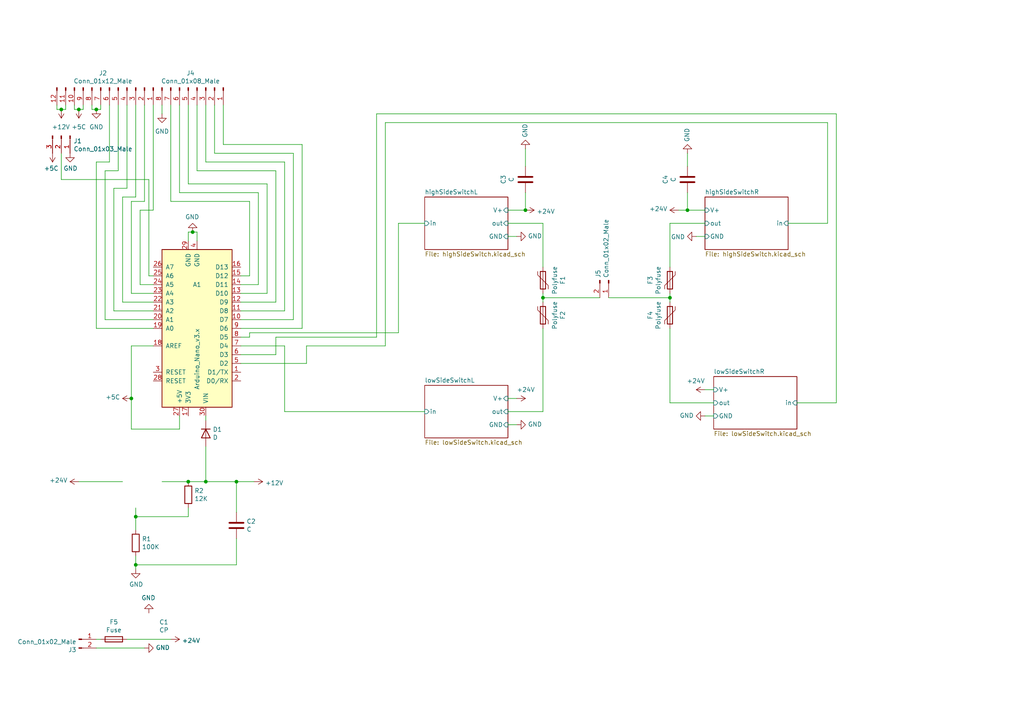
<source format=kicad_sch>
(kicad_sch (version 20211123) (generator eeschema)
  (paper "A4")
  (lib_symbols
    (symbol "Connector:Conn_01x02_Male" (pin_names (offset 1.016) hide)
      (property "Reference" "J" (at 0 2.54 0))
      (property "Value" "Conn_01x02_Male" (at 0 -5.08 0))
      (symbol "Conn_01x02_Male_1_1"
        (polyline (pts (xy 1.27 -2.54) (xy 0.8636 -2.54)) (stroke (width 0.1524)))
        (polyline (pts (xy 1.27 0) (xy 0.8636 0)) (stroke (width 0.1524)))
        (rectangle (start 0.8636 -2.413) (end 0 -2.667) (stroke (width 0.1524)) (fill (type outline)))
        (rectangle (start 0.8636 0.127) (end 0 -0.127) (stroke (width 0.1524)) (fill (type outline)))
        (pin passive line (at 5.08 0 180) (length 3.81) (name "Pin_1") (number "1"))
        (pin passive line (at 5.08 -2.54 180) (length 3.81) (name "Pin_2") (number "2"))
      )
    )
    (symbol "Connector:Conn_01x03_Male" (pin_names (offset 1.016) hide)
      (property "Reference" "J" (at 0 5.08 0))
      (property "Value" "Conn_01x03_Male" (at 0 -5.08 0))
      (symbol "Conn_01x03_Male_1_1"
        (polyline (pts (xy 1.27 -2.54) (xy 0.8636 -2.54)) (stroke (width 0.1524)))
        (polyline (pts (xy 1.27 0) (xy 0.8636 0)) (stroke (width 0.1524)))
        (polyline (pts (xy 1.27 2.54) (xy 0.8636 2.54)) (stroke (width 0.1524)))
        (rectangle (start 0.8636 -2.413) (end 0 -2.667) (stroke (width 0.1524)) (fill (type outline)))
        (rectangle (start 0.8636 0.127) (end 0 -0.127) (stroke (width 0.1524)) (fill (type outline)))
        (rectangle (start 0.8636 2.667) (end 0 2.413) (stroke (width 0.1524)) (fill (type outline)))
        (pin passive line (at 5.08 2.54 180) (length 3.81) (name "Pin_1") (number "1"))
        (pin passive line (at 5.08 0 180) (length 3.81) (name "Pin_2") (number "2"))
        (pin passive line (at 5.08 -2.54 180) (length 3.81) (name "Pin_3") (number "3"))
      )
    )
    (symbol "Connector:Conn_01x08_Male" (pin_names (offset 1.016) hide)
      (property "Reference" "J" (at 0 10.16 0))
      (property "Value" "Conn_01x08_Male" (at 0 -12.7 0))
      (symbol "Conn_01x08_Male_1_1"
        (polyline (pts (xy 1.27 -10.16) (xy 0.8636 -10.16)) (stroke (width 0.1524)))
        (polyline (pts (xy 1.27 -7.62) (xy 0.8636 -7.62)) (stroke (width 0.1524)))
        (polyline (pts (xy 1.27 -5.08) (xy 0.8636 -5.08)) (stroke (width 0.1524)))
        (polyline (pts (xy 1.27 -2.54) (xy 0.8636 -2.54)) (stroke (width 0.1524)))
        (polyline (pts (xy 1.27 0) (xy 0.8636 0)) (stroke (width 0.1524)))
        (polyline (pts (xy 1.27 2.54) (xy 0.8636 2.54)) (stroke (width 0.1524)))
        (polyline (pts (xy 1.27 5.08) (xy 0.8636 5.08)) (stroke (width 0.1524)))
        (polyline (pts (xy 1.27 7.62) (xy 0.8636 7.62)) (stroke (width 0.1524)))
        (rectangle (start 0.8636 -10.033) (end 0 -10.287) (stroke (width 0.1524)) (fill (type outline)))
        (rectangle (start 0.8636 -7.493) (end 0 -7.747) (stroke (width 0.1524)) (fill (type outline)))
        (rectangle (start 0.8636 -4.953) (end 0 -5.207) (stroke (width 0.1524)) (fill (type outline)))
        (rectangle (start 0.8636 -2.413) (end 0 -2.667) (stroke (width 0.1524)) (fill (type outline)))
        (rectangle (start 0.8636 0.127) (end 0 -0.127) (stroke (width 0.1524)) (fill (type outline)))
        (rectangle (start 0.8636 2.667) (end 0 2.413) (stroke (width 0.1524)) (fill (type outline)))
        (rectangle (start 0.8636 5.207) (end 0 4.953) (stroke (width 0.1524)) (fill (type outline)))
        (rectangle (start 0.8636 7.747) (end 0 7.493) (stroke (width 0.1524)) (fill (type outline)))
        (pin passive line (at 5.08 7.62 180) (length 3.81) (name "Pin_1") (number "1"))
        (pin passive line (at 5.08 5.08 180) (length 3.81) (name "Pin_2") (number "2"))
        (pin passive line (at 5.08 2.54 180) (length 3.81) (name "Pin_3") (number "3"))
        (pin passive line (at 5.08 0 180) (length 3.81) (name "Pin_4") (number "4"))
        (pin passive line (at 5.08 -2.54 180) (length 3.81) (name "Pin_5") (number "5"))
        (pin passive line (at 5.08 -5.08 180) (length 3.81) (name "Pin_6") (number "6"))
        (pin passive line (at 5.08 -7.62 180) (length 3.81) (name "Pin_7") (number "7"))
        (pin passive line (at 5.08 -10.16 180) (length 3.81) (name "Pin_8") (number "8"))
      )
    )
    (symbol "Connector:Conn_01x12_Male" (pin_names (offset 1.016) hide)
      (property "Reference" "J" (at 0 15.24 0))
      (property "Value" "Conn_01x12_Male" (at 0 -17.78 0))
      (symbol "Conn_01x12_Male_1_1"
        (polyline (pts (xy 1.27 -15.24) (xy 0.8636 -15.24)) (stroke (width 0.1524)))
        (polyline (pts (xy 1.27 -12.7) (xy 0.8636 -12.7)) (stroke (width 0.1524)))
        (polyline (pts (xy 1.27 -10.16) (xy 0.8636 -10.16)) (stroke (width 0.1524)))
        (polyline (pts (xy 1.27 -7.62) (xy 0.8636 -7.62)) (stroke (width 0.1524)))
        (polyline (pts (xy 1.27 -5.08) (xy 0.8636 -5.08)) (stroke (width 0.1524)))
        (polyline (pts (xy 1.27 -2.54) (xy 0.8636 -2.54)) (stroke (width 0.1524)))
        (polyline (pts (xy 1.27 0) (xy 0.8636 0)) (stroke (width 0.1524)))
        (polyline (pts (xy 1.27 2.54) (xy 0.8636 2.54)) (stroke (width 0.1524)))
        (polyline (pts (xy 1.27 5.08) (xy 0.8636 5.08)) (stroke (width 0.1524)))
        (polyline (pts (xy 1.27 7.62) (xy 0.8636 7.62)) (stroke (width 0.1524)))
        (polyline (pts (xy 1.27 10.16) (xy 0.8636 10.16)) (stroke (width 0.1524)))
        (polyline (pts (xy 1.27 12.7) (xy 0.8636 12.7)) (stroke (width 0.1524)))
        (rectangle (start 0.8636 -15.113) (end 0 -15.367) (stroke (width 0.1524)) (fill (type outline)))
        (rectangle (start 0.8636 -12.573) (end 0 -12.827) (stroke (width 0.1524)) (fill (type outline)))
        (rectangle (start 0.8636 -10.033) (end 0 -10.287) (stroke (width 0.1524)) (fill (type outline)))
        (rectangle (start 0.8636 -7.493) (end 0 -7.747) (stroke (width 0.1524)) (fill (type outline)))
        (rectangle (start 0.8636 -4.953) (end 0 -5.207) (stroke (width 0.1524)) (fill (type outline)))
        (rectangle (start 0.8636 -2.413) (end 0 -2.667) (stroke (width 0.1524)) (fill (type outline)))
        (rectangle (start 0.8636 0.127) (end 0 -0.127) (stroke (width 0.1524)) (fill (type outline)))
        (rectangle (start 0.8636 2.667) (end 0 2.413) (stroke (width 0.1524)) (fill (type outline)))
        (rectangle (start 0.8636 5.207) (end 0 4.953) (stroke (width 0.1524)) (fill (type outline)))
        (rectangle (start 0.8636 7.747) (end 0 7.493) (stroke (width 0.1524)) (fill (type outline)))
        (rectangle (start 0.8636 10.287) (end 0 10.033) (stroke (width 0.1524)) (fill (type outline)))
        (rectangle (start 0.8636 12.827) (end 0 12.573) (stroke (width 0.1524)) (fill (type outline)))
        (pin passive line (at 5.08 12.7 180) (length 3.81) (name "Pin_1") (number "1"))
        (pin passive line (at 5.08 -10.16 180) (length 3.81) (name "Pin_10") (number "10"))
        (pin passive line (at 5.08 -12.7 180) (length 3.81) (name "Pin_11") (number "11"))
        (pin passive line (at 5.08 -15.24 180) (length 3.81) (name "Pin_12") (number "12"))
        (pin passive line (at 5.08 10.16 180) (length 3.81) (name "Pin_2") (number "2"))
        (pin passive line (at 5.08 7.62 180) (length 3.81) (name "Pin_3") (number "3"))
        (pin passive line (at 5.08 5.08 180) (length 3.81) (name "Pin_4") (number "4"))
        (pin passive line (at 5.08 2.54 180) (length 3.81) (name "Pin_5") (number "5"))
        (pin passive line (at 5.08 0 180) (length 3.81) (name "Pin_6") (number "6"))
        (pin passive line (at 5.08 -2.54 180) (length 3.81) (name "Pin_7") (number "7"))
        (pin passive line (at 5.08 -5.08 180) (length 3.81) (name "Pin_8") (number "8"))
        (pin passive line (at 5.08 -7.62 180) (length 3.81) (name "Pin_9") (number "9"))
      )
    )
    (symbol "Device:C" (pin_numbers hide) (pin_names (offset 0.254))
      (property "Reference" "C" (at 0.635 2.54 0))
      (property "Value" "C" (at 0.635 -2.54 0))
      (symbol "C_0_1"
        (polyline (pts (xy -2.032 -0.762) (xy 2.032 -0.762)) (stroke (width 0.508)))
        (polyline (pts (xy -2.032 0.762) (xy 2.032 0.762)) (stroke (width 0.508)))
      )
      (symbol "C_1_1"
        (pin passive line (at 0 3.81 270) (length 2.794) (name "~") (number "1"))
        (pin passive line (at 0 -3.81 90) (length 2.794) (name "~") (number "2"))
      )
    )
    (symbol "Device:D" (pin_numbers hide) (pin_names (offset 1.016) hide)
      (property "Reference" "D" (at 0 2.54 0))
      (property "Value" "D" (at 0 -2.54 0))
      (symbol "D_0_1"
        (polyline (pts (xy -1.27 1.27) (xy -1.27 -1.27)) (stroke (width 0.254)))
        (polyline (pts (xy 1.27 0) (xy -1.27 0)))
        (polyline (pts (xy 1.27 1.27) (xy 1.27 -1.27) (xy -1.27 0) (xy 1.27 1.27)) (stroke (width 0.254)))
      )
      (symbol "D_1_1"
        (pin passive line (at -3.81 0 0) (length 2.54) (name "K") (number "1"))
        (pin passive line (at 3.81 0 180) (length 2.54) (name "A") (number "2"))
      )
    )
    (symbol "Device:Fuse" (pin_numbers hide) (pin_names (offset 0))
      (property "Reference" "F" (at 2.032 0 90))
      (property "Value" "Fuse" (at -1.905 0 90))
      (symbol "Fuse_0_1"
        (rectangle (start -0.762 -2.54) (end 0.762 2.54) (stroke (width 0.254)))
        (polyline (pts (xy 0 2.54) (xy 0 -2.54)))
      )
      (symbol "Fuse_1_1"
        (pin passive line (at 0 3.81 270) (length 1.27) (name "~") (number "1"))
        (pin passive line (at 0 -3.81 90) (length 1.27) (name "~") (number "2"))
      )
    )
    (symbol "Device:Polyfuse" (pin_numbers hide) (pin_names (offset 0))
      (property "Reference" "F" (at -2.54 0 90))
      (property "Value" "Polyfuse" (at 2.54 0 90))
      (symbol "Polyfuse_0_1"
        (rectangle (start -0.762 2.54) (end 0.762 -2.54) (stroke (width 0.254)))
        (polyline (pts (xy 0 2.54) (xy 0 -2.54)))
        (polyline (pts (xy -1.524 2.54) (xy -1.524 1.524) (xy 1.524 -1.524) (xy 1.524 -2.54)))
      )
      (symbol "Polyfuse_1_1"
        (pin passive line (at 0 3.81 270) (length 1.27) (name "~") (number "1"))
        (pin passive line (at 0 -3.81 90) (length 1.27) (name "~") (number "2"))
      )
    )
    (symbol "Device:R" (pin_numbers hide) (pin_names (offset 0))
      (property "Reference" "R" (at 2.032 0 90))
      (property "Value" "R" (at 0 0 90))
      (symbol "R_0_1"
        (rectangle (start -1.016 -2.54) (end 1.016 2.54) (stroke (width 0.254)))
      )
      (symbol "R_1_1"
        (pin passive line (at 0 3.81 270) (length 1.27) (name "~") (number "1"))
        (pin passive line (at 0 -3.81 90) (length 1.27) (name "~") (number "2"))
      )
    )
    (symbol "MarklinControler-rescue:Arduino_Nano_v3.x-MCU_Module" (pin_names (offset 1.016))
      (property "Reference" "A" (at -5.08 26.035 0))
      (property "Value" "Arduino_Nano_v3.x-MCU_Module" (at -5.08 24.13 0))
      (symbol "Arduino_Nano_v3.x-MCU_Module_0_1"
        (rectangle (start -10.16 22.86) (end 10.16 -22.86) (stroke (width 0.254)) (fill (type background)))
      )
      (symbol "Arduino_Nano_v3.x-MCU_Module_1_1"
        (pin bidirectional line (at -12.7 12.7 0) (length 2.54) (name "D1/TX") (number "1"))
        (pin bidirectional line (at -12.7 -2.54 0) (length 2.54) (name "D7") (number "10"))
        (pin bidirectional line (at -12.7 -5.08 0) (length 2.54) (name "D8") (number "11"))
        (pin bidirectional line (at -12.7 -7.62 0) (length 2.54) (name "D9") (number "12"))
        (pin bidirectional line (at -12.7 -10.16 0) (length 2.54) (name "D10") (number "13"))
        (pin bidirectional line (at -12.7 -12.7 0) (length 2.54) (name "D11") (number "14"))
        (pin bidirectional line (at -12.7 -15.24 0) (length 2.54) (name "D12") (number "15"))
        (pin bidirectional line (at -12.7 -17.78 0) (length 2.54) (name "D13") (number "16"))
        (pin power_out line (at 2.54 25.4 270) (length 2.54) (name "3V3") (number "17"))
        (pin input line (at 12.7 5.08 180) (length 2.54) (name "AREF") (number "18"))
        (pin bidirectional line (at 12.7 0 180) (length 2.54) (name "A0") (number "19"))
        (pin bidirectional line (at -12.7 15.24 0) (length 2.54) (name "D0/RX") (number "2"))
        (pin bidirectional line (at 12.7 -2.54 180) (length 2.54) (name "A1") (number "20"))
        (pin bidirectional line (at 12.7 -5.08 180) (length 2.54) (name "A2") (number "21"))
        (pin bidirectional line (at 12.7 -7.62 180) (length 2.54) (name "A3") (number "22"))
        (pin bidirectional line (at 12.7 -10.16 180) (length 2.54) (name "A4") (number "23"))
        (pin bidirectional line (at 12.7 -12.7 180) (length 2.54) (name "A5") (number "24"))
        (pin bidirectional line (at 12.7 -15.24 180) (length 2.54) (name "A6") (number "25"))
        (pin bidirectional line (at 12.7 -17.78 180) (length 2.54) (name "A7") (number "26"))
        (pin power_out line (at 5.08 25.4 270) (length 2.54) (name "+5V") (number "27"))
        (pin input line (at 12.7 15.24 180) (length 2.54) (name "RESET") (number "28"))
        (pin power_in line (at 2.54 -25.4 90) (length 2.54) (name "GND") (number "29"))
        (pin input line (at 12.7 12.7 180) (length 2.54) (name "RESET") (number "3"))
        (pin power_in line (at -2.54 25.4 270) (length 2.54) (name "VIN") (number "30"))
        (pin power_in line (at 0 -25.4 90) (length 2.54) (name "GND") (number "4"))
        (pin bidirectional line (at -12.7 10.16 0) (length 2.54) (name "D2") (number "5"))
        (pin bidirectional line (at -12.7 7.62 0) (length 2.54) (name "D3") (number "6"))
        (pin bidirectional line (at -12.7 5.08 0) (length 2.54) (name "D4") (number "7"))
        (pin bidirectional line (at -12.7 2.54 0) (length 2.54) (name "D5") (number "8"))
        (pin bidirectional line (at -12.7 0 0) (length 2.54) (name "D6") (number "9"))
      )
    )
    (symbol "power:+12V" (power) (pin_names (offset 0))
      (property "Value" "+12V" (at 0 3.556 0))
      (symbol "+12V_0_1"
        (polyline (pts (xy -0.762 1.27) (xy 0 2.54)))
        (polyline (pts (xy 0 0) (xy 0 2.54)))
        (polyline (pts (xy 0 2.54) (xy 0.762 1.27)))
      )
      (symbol "+12V_1_1"
        (pin power_in line (at 0 0 90) (length 0) hide (name "+12V") (number "1"))
      )
    )
    (symbol "power:+24V" (power) (pin_names (offset 0))
      (property "Value" "+24V" (at 0 3.556 0))
      (symbol "+24V_0_1"
        (polyline (pts (xy -0.762 1.27) (xy 0 2.54)))
        (polyline (pts (xy 0 0) (xy 0 2.54)))
        (polyline (pts (xy 0 2.54) (xy 0.762 1.27)))
      )
      (symbol "+24V_1_1"
        (pin power_in line (at 0 0 90) (length 0) hide (name "+24V") (number "1"))
      )
    )
    (symbol "power:+5C" (power) (pin_names (offset 0))
      (property "Value" "+5C" (at 0 3.556 0))
      (symbol "+5C_0_1"
        (polyline (pts (xy -0.762 1.27) (xy 0 2.54)))
        (polyline (pts (xy 0 0) (xy 0 2.54)))
        (polyline (pts (xy 0 2.54) (xy 0.762 1.27)))
      )
      (symbol "+5C_1_1"
        (pin power_in line (at 0 0 90) (length 0) hide (name "+5C") (number "1"))
      )
    )
    (symbol "power:GND" (power) (pin_names (offset 0))
      (property "Value" "GND" (at 0 -3.81 0))
      (symbol "GND_0_1"
        (polyline (pts (xy 0 0) (xy 0 -1.27) (xy 1.27 -1.27) (xy 0 -2.54) (xy -1.27 -1.27) (xy 0 -1.27)))
      )
      (symbol "GND_1_1"
        (pin power_in line (at 0 0 270) (length 0) hide (name "GND") (number "1"))
      )
    )
  )
  (junction (at 27.94 31.75))
  (junction (at 38.1 115.57))
  (junction (at 199.39 60.96))
  (junction (at 22.86 31.75))
  (junction (at 39.37 149.86))
  (junction (at 17.78 31.75))
  (junction (at 194.31 86.36))
  (junction (at 54.61 139.7))
  (junction (at 39.37 163.83))
  (junction (at 55.88 67.31))
  (junction (at 152.4 60.96))
  (junction (at 157.48 86.36))
  (junction (at 59.69 139.7))
  (junction (at 68.58 139.7))
  (wire (pts (xy 16.51 31.75) (xy 17.78 31.75)))
  (wire (pts (xy 176.53 86.36) (xy 194.31 86.36)))
  (wire (pts (xy 87.63 41.91) (xy 64.77 41.91)))
  (wire (pts (xy 157.48 119.38) (xy 157.48 95.25)))
  (wire (pts (xy 69.85 85.09) (xy 77.47 85.09)))
  (wire (pts (xy 44.45 30.48) (xy 44.45 60.96)))
  (wire (pts (xy 157.48 85.09) (xy 157.48 86.36)))
  (wire (pts (xy 27.94 95.25) (xy 27.94 46.99)))
  (wire (pts (xy 74.93 55.88) (xy 52.07 55.88)))
  (wire (pts (xy 46.99 33.02) (xy 46.99 30.48)))
  (wire (pts (xy 69.85 82.55) (xy 74.93 82.55)))
  (wire (pts (xy 39.37 57.15) (xy 35.56 57.15)))
  (wire (pts (xy 34.29 30.48) (xy 34.29 49.53)))
  (wire (pts (xy 54.61 30.48) (xy 54.61 53.34)))
  (wire (pts (xy 44.45 100.33) (xy 38.1 100.33)))
  (wire (pts (xy 38.1 58.42) (xy 38.1 85.09)))
  (wire (pts (xy 207.01 113.03) (xy 204.47 113.03)))
  (wire (pts (xy 149.86 123.19) (xy 147.32 123.19)))
  (wire (pts (xy 82.55 119.38) (xy 82.55 100.33)))
  (wire (pts (xy 33.02 90.17) (xy 44.45 90.17)))
  (wire (pts (xy 36.83 185.42) (xy 49.53 185.42)))
  (wire (pts (xy 54.61 67.31) (xy 54.61 69.85)))
  (wire (pts (xy 39.37 165.1) (xy 39.37 163.83)))
  (wire (pts (xy 82.55 100.33) (xy 69.85 100.33)))
  (wire (pts (xy 194.31 64.77) (xy 194.31 77.47)))
  (wire (pts (xy 57.15 67.31) (xy 55.88 67.31)))
  (wire (pts (xy 26.67 31.75) (xy 27.94 31.75)))
  (wire (pts (xy 72.39 58.42) (xy 49.53 58.42)))
  (wire (pts (xy 147.32 68.58) (xy 149.86 68.58)))
  (wire (pts (xy 17.78 52.07) (xy 17.78 44.45)))
  (wire (pts (xy 38.1 100.33) (xy 38.1 115.57)))
  (wire (pts (xy 69.85 90.17) (xy 82.55 90.17)))
  (wire (pts (xy 68.58 139.7) (xy 68.58 148.59)))
  (wire (pts (xy 68.58 156.21) (xy 68.58 163.83)))
  (wire (pts (xy 88.9 100.33) (xy 88.9 105.41)))
  (wire (pts (xy 85.09 44.45) (xy 62.23 44.45)))
  (wire (pts (xy 242.57 116.84) (xy 242.57 33.02)))
  (wire (pts (xy 44.45 85.09) (xy 38.1 85.09)))
  (wire (pts (xy 157.48 64.77) (xy 157.48 77.47)))
  (wire (pts (xy 199.39 60.96) (xy 196.85 60.96)))
  (wire (pts (xy 204.47 68.58) (xy 201.93 68.58)))
  (wire (pts (xy 39.37 149.86) (xy 39.37 153.67)))
  (wire (pts (xy 54.61 67.31) (xy 55.88 67.31)))
  (wire (pts (xy 194.31 85.09) (xy 194.31 86.36)))
  (wire (pts (xy 199.39 55.88) (xy 199.39 60.96)))
  (wire (pts (xy 82.55 90.17) (xy 82.55 46.99)))
  (wire (pts (xy 33.02 54.61) (xy 33.02 90.17)))
  (wire (pts (xy 22.86 31.75) (xy 24.13 31.75)))
  (wire (pts (xy 194.31 86.36) (xy 194.31 87.63)))
  (wire (pts (xy 111.76 35.56) (xy 111.76 100.33)))
  (wire (pts (xy 115.57 64.77) (xy 115.57 96.52)))
  (wire (pts (xy 39.37 147.32) (xy 39.37 149.86)))
  (wire (pts (xy 26.67 30.48) (xy 26.67 31.75)))
  (wire (pts (xy 29.21 30.48) (xy 29.21 31.75)))
  (wire (pts (xy 80.01 49.53) (xy 57.15 49.53)))
  (wire (pts (xy 80.01 87.63) (xy 80.01 49.53)))
  (wire (pts (xy 72.39 96.52) (xy 72.39 97.79)))
  (wire (pts (xy 40.64 60.96) (xy 44.45 60.96)))
  (wire (pts (xy 87.63 95.25) (xy 87.63 41.91)))
  (wire (pts (xy 21.59 31.75) (xy 21.59 30.48)))
  (wire (pts (xy 74.93 82.55) (xy 74.93 55.88)))
  (wire (pts (xy 147.32 119.38) (xy 157.48 119.38)))
  (wire (pts (xy 54.61 149.86) (xy 39.37 149.86)))
  (wire (pts (xy 152.4 48.26) (xy 152.4 43.18)))
  (wire (pts (xy 41.91 30.48) (xy 41.91 58.42)))
  (wire (pts (xy 21.59 31.75) (xy 22.86 31.75)))
  (wire (pts (xy 36.83 30.48) (xy 36.83 54.61)))
  (wire (pts (xy 49.53 30.48) (xy 49.53 58.42)))
  (wire (pts (xy 68.58 163.83) (xy 39.37 163.83)))
  (wire (pts (xy 59.69 139.7) (xy 68.58 139.7)))
  (wire (pts (xy 59.69 121.92) (xy 59.69 120.65)))
  (wire (pts (xy 38.1 115.57) (xy 38.1 124.46)))
  (wire (pts (xy 82.55 46.99) (xy 59.69 46.99)))
  (wire (pts (xy 152.4 55.88) (xy 152.4 60.96)))
  (wire (pts (xy 80.01 102.87) (xy 69.85 102.87)))
  (wire (pts (xy 199.39 48.26) (xy 199.39 44.45)))
  (wire (pts (xy 16.51 31.75) (xy 16.51 30.48)))
  (wire (pts (xy 27.94 185.42) (xy 29.21 185.42)))
  (wire (pts (xy 240.03 64.77) (xy 240.03 35.56)))
  (wire (pts (xy 228.6 64.77) (xy 240.03 64.77)))
  (wire (pts (xy 34.29 49.53) (xy 30.48 49.53)))
  (wire (pts (xy 77.47 53.34) (xy 54.61 53.34)))
  (wire (pts (xy 147.32 64.77) (xy 157.48 64.77)))
  (wire (pts (xy 57.15 30.48) (xy 57.15 49.53)))
  (wire (pts (xy 242.57 33.02) (xy 109.22 33.02)))
  (wire (pts (xy 27.94 31.75) (xy 29.21 31.75)))
  (wire (pts (xy 31.75 30.48) (xy 31.75 46.99)))
  (wire (pts (xy 27.94 46.99) (xy 31.75 46.99)))
  (wire (pts (xy 62.23 30.48) (xy 62.23 44.45)))
  (wire (pts (xy 194.31 116.84) (xy 207.01 116.84)))
  (wire (pts (xy 69.85 105.41) (xy 88.9 105.41)))
  (wire (pts (xy 123.19 119.38) (xy 82.55 119.38)))
  (wire (pts (xy 231.14 116.84) (xy 242.57 116.84)))
  (wire (pts (xy 199.39 60.96) (xy 204.47 60.96)))
  (wire (pts (xy 40.64 82.55) (xy 40.64 60.96)))
  (wire (pts (xy 54.61 139.7) (xy 59.69 139.7)))
  (wire (pts (xy 194.31 64.77) (xy 204.47 64.77)))
  (wire (pts (xy 27.94 187.96) (xy 41.91 187.96)))
  (wire (pts (xy 123.19 64.77) (xy 115.57 64.77)))
  (wire (pts (xy 24.13 31.75) (xy 24.13 30.48)))
  (wire (pts (xy 43.18 80.01) (xy 43.18 52.07)))
  (wire (pts (xy 44.45 82.55) (xy 40.64 82.55)))
  (wire (pts (xy 68.58 139.7) (xy 73.66 139.7)))
  (wire (pts (xy 157.48 86.36) (xy 173.99 86.36)))
  (wire (pts (xy 44.45 80.01) (xy 43.18 80.01)))
  (wire (pts (xy 109.22 33.02) (xy 109.22 97.79)))
  (wire (pts (xy 69.85 92.71) (xy 85.09 92.71)))
  (wire (pts (xy 41.91 58.42) (xy 38.1 58.42)))
  (wire (pts (xy 69.85 95.25) (xy 87.63 95.25)))
  (wire (pts (xy 157.48 86.36) (xy 157.48 87.63)))
  (wire (pts (xy 240.03 35.56) (xy 111.76 35.56)))
  (wire (pts (xy 54.61 147.32) (xy 54.61 149.86)))
  (wire (pts (xy 204.47 120.65) (xy 207.01 120.65)))
  (wire (pts (xy 17.78 31.75) (xy 19.05 31.75)))
  (wire (pts (xy 59.69 30.48) (xy 59.69 46.99)))
  (wire (pts (xy 52.07 124.46) (xy 52.07 120.65)))
  (wire (pts (xy 80.01 97.79) (xy 80.01 102.87)))
  (wire (pts (xy 115.57 96.52) (xy 72.39 96.52)))
  (wire (pts (xy 69.85 87.63) (xy 80.01 87.63)))
  (wire (pts (xy 27.94 95.25) (xy 44.45 95.25)))
  (wire (pts (xy 46.99 139.7) (xy 54.61 139.7)))
  (wire (pts (xy 59.69 139.7) (xy 59.69 129.54)))
  (wire (pts (xy 69.85 80.01) (xy 72.39 80.01)))
  (wire (pts (xy 30.48 49.53) (xy 30.48 92.71)))
  (wire (pts (xy 35.56 57.15) (xy 35.56 87.63)))
  (wire (pts (xy 35.56 87.63) (xy 44.45 87.63)))
  (wire (pts (xy 39.37 163.83) (xy 39.37 161.29)))
  (wire (pts (xy 22.86 139.7) (xy 35.56 139.7)))
  (wire (pts (xy 111.76 100.33) (xy 88.9 100.33)))
  (wire (pts (xy 36.83 54.61) (xy 33.02 54.61)))
  (wire (pts (xy 194.31 116.84) (xy 194.31 95.25)))
  (wire (pts (xy 52.07 30.48) (xy 52.07 55.88)))
  (wire (pts (xy 147.32 60.96) (xy 152.4 60.96)))
  (wire (pts (xy 19.05 31.75) (xy 19.05 30.48)))
  (wire (pts (xy 77.47 85.09) (xy 77.47 53.34)))
  (wire (pts (xy 38.1 124.46) (xy 52.07 124.46)))
  (wire (pts (xy 72.39 97.79) (xy 69.85 97.79)))
  (wire (pts (xy 39.37 30.48) (xy 39.37 57.15)))
  (wire (pts (xy 43.18 52.07) (xy 17.78 52.07)))
  (wire (pts (xy 72.39 80.01) (xy 72.39 58.42)))
  (wire (pts (xy 64.77 30.48) (xy 64.77 41.91)))
  (wire (pts (xy 30.48 92.71) (xy 44.45 92.71)))
  (wire (pts (xy 109.22 97.79) (xy 80.01 97.79)))
  (wire (pts (xy 85.09 92.71) (xy 85.09 44.45)))
  (wire (pts (xy 147.32 115.57) (xy 149.86 115.57)))
  (wire (pts (xy 57.15 69.85) (xy 57.15 67.31)))
  (symbol (lib_id "Regulator_Linear:LM317_3PinPackage") (at 39.37 139.7 0) (unit 1)
    (property "Reference" "U1" (at 39.37 133.5532 0))
    (property "Value" "LM317_3PinPackage" (at 39.37 135.8646 0))
    (property "Footprint" "Package_TO_SOT_THT:TO-220-3_Horizontal_TabDown" (effects hide))
    (property "Datasheet" "http://www.ti.com/lit/ds/symlink/lm317.pdf" (effects hide))
  )
  (symbol (lib_id "Device:R") (at 54.61 143.51 0) (unit 1)
    (property "Reference" "R2" (at 56.388 142.3416 0) (effects (justify left)))
    (property "Value" "12K" (at 56.388 144.653 0) (effects (justify left)))
    (property "Footprint" "Resistor_THT:R_Axial_DIN0207_L6.3mm_D2.5mm_P10.16mm_Horizontal" (effects hide))
  )
  (symbol (lib_id "Device:R") (at 39.37 157.48 0) (unit 1)
    (property "Reference" "R1" (at 41.148 156.3116 0) (effects (justify left)))
    (property "Value" "100K" (at 41.148 158.623 0) (effects (justify left)))
    (property "Footprint" "Resistor_THT:R_Axial_DIN0207_L6.3mm_D2.5mm_P10.16mm_Horizontal" (effects hide))
  )
  (symbol (lib_id "power:GND") (at 39.37 165.1 0) (unit 1)
    (property "Reference" "#PWR08" (effects hide))
    (property "Value" "GND" (at 39.497 169.4942 0))
  )
  (symbol (lib_id "Device:C") (at 68.58 152.4 0) (unit 1)
    (property "Reference" "C2" (at 71.501 151.2316 0) (effects (justify left)))
    (property "Value" "C" (at 71.501 153.543 0) (effects (justify left)))
    (property "Footprint" "Capacitor_THT:C_Rect_L4.6mm_W2.0mm_P2.50mm_MKS02_FKP02" (effects hide))
  )
  (symbol (lib_id "power:+12V") (at 73.66 139.7 270) (unit 1)
    (property "Reference" "#PWR013" (effects hide))
    (property "Value" "+12V" (at 76.9112 140.081 90) (effects (justify left)))
  )
  (symbol (lib_id "Device:CP") (at 43.18 181.61 180) (unit 1)
    (property "Reference" "C1" (at 46.1772 180.4416 0) (effects (justify right)))
    (property "Value" "CP" (at 46.1772 182.753 0) (effects (justify right)))
    (property "Footprint" "Capacitor_THT:CP_Radial_D18.0mm_P7.50mm" (effects hide))
  )
  (symbol (lib_id "MarklinControler-rescue:Arduino_Nano_v3.x-MCU_Module") (at 57.15 95.25 180) (unit 1)
    (property "Reference" "A1" (at 57.15 82.55 0))
    (property "Value" "Arduino_Nano_v3.x" (at 57.15 104.14 90))
    (property "Footprint" "Module:Arduino_Nano" (effects hide))
    (property "Datasheet" "http://www.mouser.com/pdfdocs/Gravitech_Arduino_Nano3_0.pdf" (effects hide))
  )
  (symbol (lib_id "power:GND") (at 55.88 67.31 180) (unit 1)
    (property "Reference" "#PWR012" (effects hide))
    (property "Value" "GND" (at 55.753 62.9158 0))
  )
  (symbol (lib_id "Device:D") (at 59.69 125.73 270) (unit 1)
    (property "Reference" "D1" (at 61.6966 124.5616 90) (effects (justify left)))
    (property "Value" "D" (at 61.6966 126.873 90) (effects (justify left)))
    (property "Footprint" "Diode_THT:D_T-1_P5.08mm_Horizontal" (effects hide))
  )
  (symbol (lib_id "Connector:Conn_01x02_Male") (at 176.53 81.28 270) (unit 1)
    (property "Reference" "J5" (at 173.482 80.5942 0) (effects (justify right)))
    (property "Value" "Conn_01x02_Male" (at 175.7934 80.5942 0) (effects (justify right)))
    (property "Footprint" "TerminalBlock:TerminalBlock_bornier-2_P5.08mm" (effects hide))
  )
  (symbol (lib_id "Device:Polyfuse") (at 157.48 81.28 180) (unit 1)
    (property "Reference" "F1" (at 163.195 81.28 90))
    (property "Value" "Polyfuse" (at 160.8836 81.28 90))
    (property "Footprint" "Fuse:Fuse_Littlefuse_395Series" (effects hide))
  )
  (symbol (lib_id "Device:Polyfuse") (at 157.48 91.44 180) (unit 1)
    (property "Reference" "F2" (at 163.195 91.44 90))
    (property "Value" "Polyfuse" (at 160.8836 91.44 90))
    (property "Footprint" "Fuse:Fuse_Littlefuse_395Series" (effects hide))
  )
  (symbol (lib_id "Device:C") (at 152.4 52.07 0) (unit 1)
    (property "Reference" "C3" (at 145.9992 52.07 90))
    (property "Value" "C" (at 148.3106 52.07 90))
    (property "Footprint" "Capacitor_THT:C_Rect_L4.6mm_W2.0mm_P2.50mm_MKS02_FKP02" (effects hide))
  )
  (symbol (lib_id "Device:Fuse") (at 33.02 185.42 270) (unit 1)
    (property "Reference" "F5" (at 33.02 180.4162 90))
    (property "Value" "Fuse" (at 33.02 182.7276 90))
  )
  (symbol (lib_id "Connector:Conn_01x08_Male") (at 57.15 25.4 270) (unit 1)
    (property "Reference" "J4" (at 55.2704 21.209 90))
    (property "Value" "Conn_01x08_Male" (at 55.2704 23.5204 90))
    (property "Footprint" "Connector_PinSocket_2.54mm:PinSocket_1x08_P2.54mm_Vertical" (effects hide))
  )
  (symbol (lib_id "power:GND") (at 46.99 33.02 0) (unit 1)
    (property "Reference" "#PWR0101" (effects hide))
    (property "Value" "GND" (at 46.99 38.1 0))
  )
  (symbol (lib_id "Connector:Conn_01x02_Male") (at 22.86 185.42 0) (unit 1)
    (property "Reference" "J3" (at 22.1742 188.468 0) (effects (justify right)))
    (property "Value" "Conn_01x02_Male" (at 22.1742 186.1566 0) (effects (justify right)))
    (property "Footprint" "TerminalBlock:TerminalBlock_bornier-2_P5.08mm" (effects hide))
  )
  (symbol (lib_id "Device:C") (at 199.39 52.07 0) (unit 1)
    (property "Reference" "C4" (at 192.9892 52.07 90))
    (property "Value" "C" (at 195.3006 52.07 90))
    (property "Footprint" "Capacitor_THT:C_Rect_L4.6mm_W2.0mm_P2.50mm_MKS02_FKP02" (effects hide))
  )
  (symbol (lib_id "power:GND") (at 199.39 44.45 180) (unit 1)
    (property "Reference" "#PWR023" (effects hide))
    (property "Value" "GND" (at 199.263 41.1988 90) (effects (justify right)))
  )
  (symbol (lib_id "power:+24V") (at 49.53 185.42 270) (unit 1)
    (property "Reference" "#PWR011" (effects hide))
    (property "Value" "+24V" (at 52.7812 185.801 90) (effects (justify left)))
  )
  (symbol (lib_id "power:GND") (at 41.91 187.96 90) (unit 1)
    (property "Reference" "#PWR09" (effects hide))
    (property "Value" "GND" (at 45.1612 187.833 90) (effects (justify right)))
  )
  (symbol (lib_id "power:GND") (at 43.18 177.8 180) (unit 1)
    (property "Reference" "#PWR010" (effects hide))
    (property "Value" "GND" (at 43.053 173.4058 0))
  )
  (symbol (lib_id "power:+24V") (at 22.86 139.7 90) (unit 1)
    (property "Reference" "#PWR05" (effects hide))
    (property "Value" "+24V" (at 19.6088 139.319 90) (effects (justify left)))
  )
  (symbol (lib_id "power:GND") (at 152.4 43.18 180) (unit 1)
    (property "Reference" "#PWR017" (effects hide))
    (property "Value" "GND" (at 152.273 39.9288 90) (effects (justify right)))
  )
  (symbol (lib_id "Device:Polyfuse") (at 194.31 81.28 0) (mirror x) (unit 1)
    (property "Reference" "F3" (at 188.595 81.28 90))
    (property "Value" "Polyfuse" (at 190.9064 81.28 90))
    (property "Footprint" "Fuse:Fuse_Littlefuse_395Series" (effects hide))
  )
  (symbol (lib_id "Device:Polyfuse") (at 194.31 91.44 0) (mirror x) (unit 1)
    (property "Reference" "F4" (at 188.595 91.44 90))
    (property "Value" "Polyfuse" (at 190.9064 91.44 90))
    (property "Footprint" "Fuse:Fuse_Littlefuse_395Series" (effects hide))
  )
  (symbol (lib_id "power:+5C") (at 38.1 115.57 90) (unit 1)
    (property "Reference" "#PWR07" (effects hide))
    (property "Value" "+5C" (at 34.8488 115.189 90) (effects (justify left)))
  )
  (symbol (lib_id "power:+5C") (at 15.24 44.45 180) (unit 1)
    (property "Reference" "#PWR01" (effects hide))
    (property "Value" "+5C" (at 14.859 48.8442 0))
  )
  (symbol (lib_id "power:GND") (at 20.32 44.45 0) (unit 1)
    (property "Reference" "#PWR03" (effects hide))
    (property "Value" "GND" (at 20.447 48.8442 0))
  )
  (symbol (lib_id "Connector:Conn_01x03_Male") (at 17.78 39.37 270) (unit 1)
    (property "Reference" "J1" (at 21.336 40.894 90) (effects (justify left)))
    (property "Value" "Conn_01x03_Male" (at 21.336 43.2054 90) (effects (justify left)))
    (property "Footprint" "Connector_PinHeader_2.54mm:PinHeader_1x03_P2.54mm_Vertical" (effects hide))
  )
  (symbol (lib_id "power:GND") (at 149.86 68.58 90) (unit 1)
    (property "Reference" "#PWR014" (effects hide))
    (property "Value" "GND" (at 153.1112 68.453 90) (effects (justify right)))
  )
  (symbol (lib_id "power:GND") (at 201.93 68.58 270) (unit 1)
    (property "Reference" "#PWR020" (effects hide))
    (property "Value" "GND" (at 198.6788 68.707 90) (effects (justify right)))
  )
  (symbol (lib_id "power:+24V") (at 152.4 60.96 270) (unit 1)
    (property "Reference" "#PWR018" (effects hide))
    (property "Value" "+24V" (at 155.6512 61.341 90) (effects (justify left)))
  )
  (symbol (lib_id "power:+24V") (at 196.85 60.96 90) (unit 1)
    (property "Reference" "#PWR019" (effects hide))
    (property "Value" "+24V" (at 193.5988 60.579 90) (effects (justify left)))
  )
  (symbol (lib_id "power:+24V") (at 149.86 115.57 270) (unit 1)
    (property "Reference" "#PWR015" (effects hide))
    (property "Value" "+24V" (at 149.86 113.03 90) (effects (justify left)))
  )
  (symbol (lib_id "power:GND") (at 149.86 123.19 90) (unit 1)
    (property "Reference" "#PWR016" (effects hide))
    (property "Value" "GND" (at 153.1112 123.063 90) (effects (justify right)))
  )
  (symbol (lib_id "power:+24V") (at 204.47 113.03 90) (mirror x) (unit 1)
    (property "Reference" "#PWR021" (effects hide))
    (property "Value" "+24V" (at 204.47 110.49 90) (effects (justify left)))
  )
  (symbol (lib_id "power:GND") (at 204.47 120.65 270) (mirror x) (unit 1)
    (property "Reference" "#PWR022" (effects hide))
    (property "Value" "GND" (at 201.2188 120.523 90) (effects (justify right)))
  )
  (symbol (lib_id "power:GND") (at 27.94 31.75 0) (unit 1)
    (property "Reference" "#PWR06" (effects hide))
    (property "Value" "GND" (at 27.94 36.83 0))
  )
  (symbol (lib_id "power:+5C") (at 22.86 31.75 180) (unit 1)
    (property "Reference" "#PWR04" (effects hide))
    (property "Value" "+5C" (at 22.86 36.83 0))
  )
  (symbol (lib_id "power:+12V") (at 17.78 31.75 180) (unit 1)
    (property "Reference" "#PWR02" (effects hide))
    (property "Value" "+12V" (at 20.32 36.83 0) (effects (justify left)))
  )
  (symbol (lib_id "Connector:Conn_01x12_Male") (at 31.75 25.4 270) (unit 1)
    (property "Reference" "J2" (at 29.8704 21.209 90))
    (property "Value" "Conn_01x12_Male" (at 29.8704 23.5204 90))
    (property "Footprint" "Connector_PinHeader_2.54mm:PinHeader_1x12_P2.54mm_Vertical" (effects hide))
  )
  (sheet (at 123.19 57.15) (size 24.13 15.24)
    (property "Sheet name" "highSideSwitchL" (at 123.19 56.4384 0) (effects (justify left bottom)))
    (property "Sheet file" "highSideSwitch.kicad_sch" (at 123.19 72.9746 0) (effects (justify left top)))
    (pin "V+" input (at 147.32 60.96 0))
    (pin "GND" input (at 147.32 68.58 0))
    (pin "out" input (at 147.32 64.77 0))
    (pin "in" input (at 123.19 64.77 180))
  )
  (sheet (at 204.47 57.15) (size 24.13 15.24)
    (property "Sheet name" "highSideSwitchR" (at 204.47 56.4384 0) (effects (justify left bottom)))
    (property "Sheet file" "highSideSwitch.kicad_sch" (at 204.47 72.9746 0) (effects (justify left top)))
    (pin "V+" input (at 204.47 60.96 180))
    (pin "GND" input (at 204.47 68.58 180))
    (pin "out" input (at 204.47 64.77 180))
    (pin "in" input (at 228.6 64.77 0))
  )
  (sheet (at 123.19 111.76) (size 24.13 15.24)
    (property "Sheet name" "lowSideSwitchL" (at 123.19 111.0484 0) (effects (justify left bottom)))
    (property "Sheet file" "lowSideSwitch.kicad_sch" (at 123.19 127.5846 0) (effects (justify left top)))
    (pin "out" input (at 147.32 119.38 0))
    (pin "GND" input (at 147.32 123.19 0))
    (pin "V+" input (at 147.32 115.57 0))
    (pin "in" input (at 123.19 119.38 180))
  )
  (sheet (at 207.01 109.22) (size 24.13 15.24)
    (property "Sheet name" "lowSideSwitchR" (at 207.01 108.5084 0) (effects (justify left bottom)))
    (property "Sheet file" "lowSideSwitch.kicad_sch" (at 207.01 125.0446 0) (effects (justify left top)))
    (pin "out" input (at 207.01 116.84 180))
    (pin "GND" input (at 207.01 120.65 180))
    (pin "V+" input (at 207.01 113.03 180))
    (pin "in" input (at 231.14 116.84 0))
  )
)
</source>
